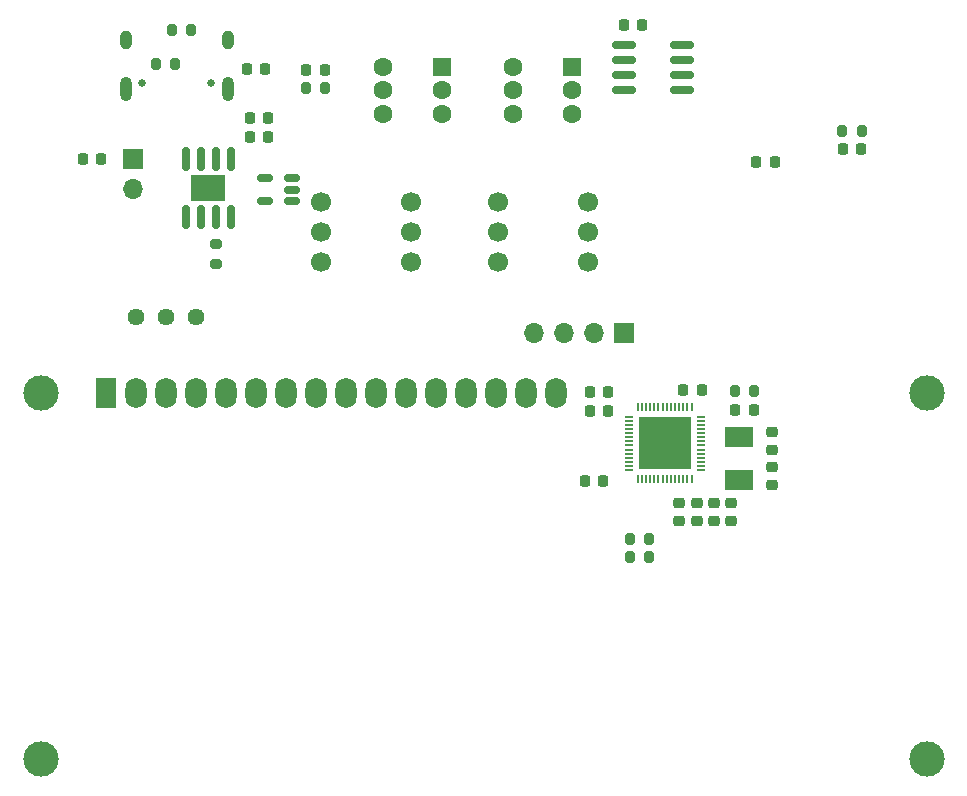
<source format=gbr>
%TF.GenerationSoftware,KiCad,Pcbnew,(6.99.0-1665-g4ee6cfe5b6)*%
%TF.CreationDate,2022-04-26T18:14:45+08:00*%
%TF.ProjectId,LightMeherGen2,4c696768-744d-4656-9865-7247656e322e,rev?*%
%TF.SameCoordinates,Original*%
%TF.FileFunction,Soldermask,Bot*%
%TF.FilePolarity,Negative*%
%FSLAX46Y46*%
G04 Gerber Fmt 4.6, Leading zero omitted, Abs format (unit mm)*
G04 Created by KiCad (PCBNEW (6.99.0-1665-g4ee6cfe5b6)) date 2022-04-26 18:14:45*
%MOMM*%
%LPD*%
G01*
G04 APERTURE LIST*
G04 Aperture macros list*
%AMRoundRect*
0 Rectangle with rounded corners*
0 $1 Rounding radius*
0 $2 $3 $4 $5 $6 $7 $8 $9 X,Y pos of 4 corners*
0 Add a 4 corners polygon primitive as box body*
4,1,4,$2,$3,$4,$5,$6,$7,$8,$9,$2,$3,0*
0 Add four circle primitives for the rounded corners*
1,1,$1+$1,$2,$3*
1,1,$1+$1,$4,$5*
1,1,$1+$1,$6,$7*
1,1,$1+$1,$8,$9*
0 Add four rect primitives between the rounded corners*
20,1,$1+$1,$2,$3,$4,$5,0*
20,1,$1+$1,$4,$5,$6,$7,0*
20,1,$1+$1,$6,$7,$8,$9,0*
20,1,$1+$1,$8,$9,$2,$3,0*%
G04 Aperture macros list end*
%ADD10C,1.440000*%
%ADD11R,1.600000X1.600000*%
%ADD12C,1.600000*%
%ADD13C,3.000000*%
%ADD14R,1.800000X2.600000*%
%ADD15O,1.800000X2.600000*%
%ADD16C,0.650000*%
%ADD17O,1.000000X2.100000*%
%ADD18O,1.000000X1.600000*%
%ADD19R,1.700000X1.700000*%
%ADD20O,1.700000X1.700000*%
%ADD21C,1.700000*%
%ADD22RoundRect,0.150000X0.150000X-0.825000X0.150000X0.825000X-0.150000X0.825000X-0.150000X-0.825000X0*%
%ADD23R,3.000000X2.290000*%
%ADD24RoundRect,0.225000X0.225000X0.250000X-0.225000X0.250000X-0.225000X-0.250000X0.225000X-0.250000X0*%
%ADD25R,2.400000X1.700000*%
%ADD26RoundRect,0.225000X-0.250000X0.225000X-0.250000X-0.225000X0.250000X-0.225000X0.250000X0.225000X0*%
%ADD27RoundRect,0.200000X-0.200000X-0.275000X0.200000X-0.275000X0.200000X0.275000X-0.200000X0.275000X0*%
%ADD28RoundRect,0.200000X0.200000X0.275000X-0.200000X0.275000X-0.200000X-0.275000X0.200000X-0.275000X0*%
%ADD29RoundRect,0.200000X0.275000X-0.200000X0.275000X0.200000X-0.275000X0.200000X-0.275000X-0.200000X0*%
%ADD30RoundRect,0.225000X-0.225000X-0.250000X0.225000X-0.250000X0.225000X0.250000X-0.225000X0.250000X0*%
%ADD31RoundRect,0.150000X0.512500X0.150000X-0.512500X0.150000X-0.512500X-0.150000X0.512500X-0.150000X0*%
%ADD32RoundRect,0.225000X0.250000X-0.225000X0.250000X0.225000X-0.250000X0.225000X-0.250000X-0.225000X0*%
%ADD33R,0.800000X0.200000*%
%ADD34R,0.200000X0.800000*%
%ADD35R,4.500000X4.500000*%
%ADD36RoundRect,0.150000X0.825000X0.150000X-0.825000X0.150000X-0.825000X-0.150000X0.825000X-0.150000X0*%
G04 APERTURE END LIST*
D10*
%TO.C,RV1*%
X113525000Y-86175000D03*
X116065000Y-86175000D03*
X118605000Y-86175000D03*
%TD*%
D11*
%TO.C,SW1*%
X139499999Y-64999999D03*
D12*
X139500000Y-67000000D03*
X139500000Y-69000000D03*
X134500000Y-65000000D03*
X134500000Y-67000000D03*
X134500000Y-69000000D03*
%TD*%
D13*
%TO.C,U8*%
X105500900Y-92642500D03*
X105500900Y-123643200D03*
X180499480Y-123643200D03*
X180500000Y-92642500D03*
D14*
X110999999Y-92642499D03*
D15*
X113539999Y-92642499D03*
X116079999Y-92642499D03*
X118619999Y-92642499D03*
X121159999Y-92642499D03*
X123699999Y-92642499D03*
X126239999Y-92642499D03*
X128779999Y-92642499D03*
X131319999Y-92642499D03*
X133859999Y-92642499D03*
X136399999Y-92642499D03*
X138939999Y-92642499D03*
X141479999Y-92642499D03*
X144019999Y-92642499D03*
X146559999Y-92642499D03*
X149099999Y-92642499D03*
%TD*%
D11*
%TO.C,SW2*%
X150499999Y-64999999D03*
D12*
X150500000Y-67000000D03*
X150500000Y-69000000D03*
X145500000Y-65000000D03*
X145500000Y-67000000D03*
X145500000Y-69000000D03*
%TD*%
D16*
%TO.C,J1*%
X119890000Y-66420000D03*
X114110000Y-66420000D03*
D17*
X121319999Y-66919999D03*
D18*
X121319999Y-62739999D03*
D17*
X112679999Y-66919999D03*
D18*
X112679999Y-62739999D03*
%TD*%
D19*
%TO.C,J2*%
X113324999Y-72799999D03*
D20*
X113324999Y-75339999D03*
%TD*%
D19*
%TO.C,J3*%
X154899999Y-87524999D03*
D20*
X152359999Y-87524999D03*
X149819999Y-87524999D03*
X147279999Y-87524999D03*
%TD*%
D21*
%TO.C,U6*%
X144190000Y-76460000D03*
X144190000Y-79000000D03*
X144190000Y-81540000D03*
X151810000Y-81540000D03*
X151810000Y-79000000D03*
X151810000Y-76460000D03*
%TD*%
%TO.C,U7*%
X129190000Y-76460000D03*
X129190000Y-79000000D03*
X129190000Y-81540000D03*
X136810000Y-81540000D03*
X136810000Y-79000000D03*
X136810000Y-76460000D03*
%TD*%
D22*
%TO.C,U1*%
X121595000Y-77750000D03*
X120325000Y-77750000D03*
X119055000Y-77750000D03*
X117785000Y-77750000D03*
X117785000Y-72800000D03*
X119055000Y-72800000D03*
X120325000Y-72800000D03*
X121595000Y-72800000D03*
D23*
X119689999Y-75274999D03*
%TD*%
D24*
%TO.C,C3*%
X167625000Y-73100000D03*
X166075000Y-73100000D03*
%TD*%
%TO.C,C12*%
X124725000Y-69350000D03*
X123175000Y-69350000D03*
%TD*%
%TO.C,C14*%
X110625000Y-72800000D03*
X109075000Y-72800000D03*
%TD*%
D25*
%TO.C,Y1*%
X164649999Y-100024999D03*
X164649999Y-96324999D03*
%TD*%
D26*
%TO.C,C6*%
X163975000Y-101925000D03*
X163975000Y-103475000D03*
%TD*%
D27*
%TO.C,R9*%
X173375000Y-70425000D03*
X175025000Y-70425000D03*
%TD*%
D28*
%TO.C,R2*%
X116900000Y-64750000D03*
X115250000Y-64750000D03*
%TD*%
D24*
%TO.C,C4*%
X153100000Y-100075000D03*
X151550000Y-100075000D03*
%TD*%
D27*
%TO.C,R6*%
X155375000Y-106550000D03*
X157025000Y-106550000D03*
%TD*%
D29*
%TO.C,R3*%
X120340000Y-81675000D03*
X120340000Y-80025000D03*
%TD*%
D30*
%TO.C,C16*%
X164300000Y-94075000D03*
X165850000Y-94075000D03*
%TD*%
D31*
%TO.C,U2*%
X126787500Y-74450000D03*
X126787500Y-75400000D03*
X126787500Y-76350000D03*
X124512500Y-76350000D03*
X124512500Y-74450000D03*
%TD*%
D28*
%TO.C,R7*%
X157025000Y-104950000D03*
X155375000Y-104950000D03*
%TD*%
D24*
%TO.C,C13*%
X124775000Y-70950000D03*
X123225000Y-70950000D03*
%TD*%
D26*
%TO.C,C18*%
X167375000Y-95900000D03*
X167375000Y-97450000D03*
%TD*%
D28*
%TO.C,R8*%
X165900000Y-92500000D03*
X164250000Y-92500000D03*
%TD*%
D24*
%TO.C,C21*%
X129550000Y-65250000D03*
X128000000Y-65250000D03*
%TD*%
D26*
%TO.C,C1*%
X162500000Y-101925000D03*
X162500000Y-103475000D03*
%TD*%
D32*
%TO.C,C19*%
X167375000Y-100425000D03*
X167375000Y-98875000D03*
%TD*%
D30*
%TO.C,C2*%
X159900000Y-92375000D03*
X161450000Y-92375000D03*
%TD*%
D26*
%TO.C,C9*%
X159550000Y-101925000D03*
X159550000Y-103475000D03*
%TD*%
D27*
%TO.C,R1*%
X116600000Y-61900000D03*
X118250000Y-61900000D03*
%TD*%
D24*
%TO.C,C10*%
X153550000Y-94125000D03*
X152000000Y-94125000D03*
%TD*%
D33*
%TO.C,U5*%
X161374999Y-94619999D03*
X161374999Y-94969999D03*
X161374999Y-95319999D03*
X161374999Y-95669999D03*
X161374999Y-96019999D03*
X161374999Y-96369999D03*
X161374999Y-96719999D03*
X161374999Y-97069999D03*
X161374999Y-97419999D03*
X161374999Y-97769999D03*
X161374999Y-98119999D03*
X161374999Y-98469999D03*
X161374999Y-98819999D03*
X161374999Y-99169999D03*
D34*
X160599999Y-99944999D03*
X160249999Y-99944999D03*
X159899999Y-99944999D03*
X159549999Y-99944999D03*
X159199999Y-99944999D03*
X158849999Y-99944999D03*
X158499999Y-99944999D03*
X158149999Y-99944999D03*
X157799999Y-99944999D03*
X157449999Y-99944999D03*
X157099999Y-99944999D03*
X156749999Y-99944999D03*
X156399999Y-99944999D03*
X156049999Y-99944999D03*
D33*
X155274999Y-99169999D03*
X155274999Y-98819999D03*
X155274999Y-98469999D03*
X155274999Y-98119999D03*
X155274999Y-97769999D03*
X155274999Y-97419999D03*
X155274999Y-97069999D03*
X155274999Y-96719999D03*
X155274999Y-96369999D03*
X155274999Y-96019999D03*
X155274999Y-95669999D03*
X155274999Y-95319999D03*
X155274999Y-94969999D03*
X155274999Y-94619999D03*
D34*
X156049999Y-93844999D03*
X156399999Y-93844999D03*
X156749999Y-93844999D03*
X157099999Y-93844999D03*
X157449999Y-93844999D03*
X157799999Y-93844999D03*
X158149999Y-93844999D03*
X158499999Y-93844999D03*
X158849999Y-93844999D03*
X159199999Y-93844999D03*
X159549999Y-93844999D03*
X159899999Y-93844999D03*
X160249999Y-93844999D03*
X160599999Y-93844999D03*
D35*
X158324999Y-96894999D03*
%TD*%
D36*
%TO.C,U9*%
X159800000Y-63190000D03*
X159800000Y-64460000D03*
X159800000Y-65730000D03*
X159800000Y-67000000D03*
X154850000Y-67000000D03*
X154850000Y-65730000D03*
X154850000Y-64460000D03*
X154850000Y-63190000D03*
%TD*%
D26*
%TO.C,C7*%
X161025000Y-101925000D03*
X161025000Y-103475000D03*
%TD*%
D30*
%TO.C,C20*%
X173425000Y-71975000D03*
X174975000Y-71975000D03*
%TD*%
%TO.C,C25*%
X154850000Y-61450000D03*
X156400000Y-61450000D03*
%TD*%
D24*
%TO.C,C22*%
X153525000Y-92525000D03*
X151975000Y-92525000D03*
%TD*%
D28*
%TO.C,R10*%
X129600000Y-66825000D03*
X127950000Y-66825000D03*
%TD*%
D24*
%TO.C,C8*%
X124475000Y-65175000D03*
X122925000Y-65175000D03*
%TD*%
M02*

</source>
